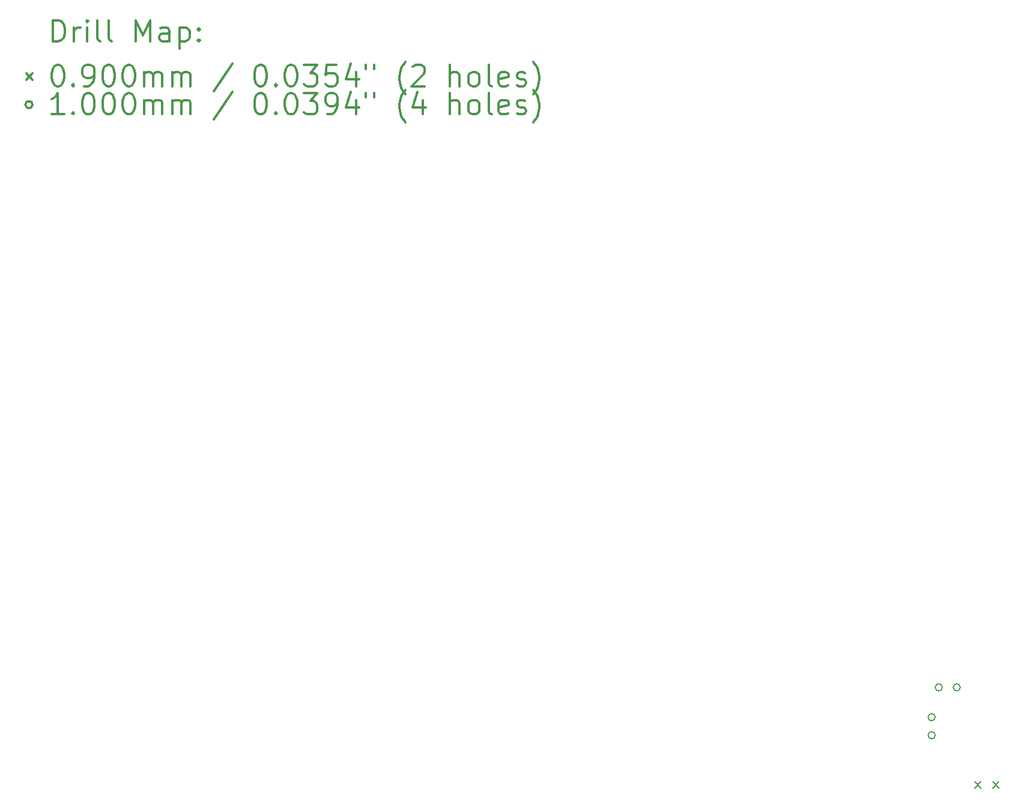
<source format=gbr>
%FSLAX45Y45*%
G04 Gerber Fmt 4.5, Leading zero omitted, Abs format (unit mm)*
G04 Created by KiCad (PCBNEW (5.1.10)-1) date 2021-11-27 20:32:16*
%MOMM*%
%LPD*%
G01*
G04 APERTURE LIST*
%ADD10C,0.200000*%
%ADD11C,0.300000*%
G04 APERTURE END LIST*
D10*
X13280000Y-10905000D02*
X13370000Y-10995000D01*
X13370000Y-10905000D02*
X13280000Y-10995000D01*
X13534000Y-10905000D02*
X13624000Y-10995000D01*
X13624000Y-10905000D02*
X13534000Y-10995000D01*
X12725000Y-9996000D02*
G75*
G03*
X12725000Y-9996000I-50000J0D01*
G01*
X12725000Y-10250000D02*
G75*
G03*
X12725000Y-10250000I-50000J0D01*
G01*
X12825000Y-9575000D02*
G75*
G03*
X12825000Y-9575000I-50000J0D01*
G01*
X13079000Y-9575000D02*
G75*
G03*
X13079000Y-9575000I-50000J0D01*
G01*
D11*
X286429Y-465714D02*
X286429Y-165714D01*
X357857Y-165714D01*
X400714Y-180000D01*
X429286Y-208571D01*
X443571Y-237143D01*
X457857Y-294286D01*
X457857Y-337143D01*
X443571Y-394286D01*
X429286Y-422857D01*
X400714Y-451428D01*
X357857Y-465714D01*
X286429Y-465714D01*
X586429Y-465714D02*
X586429Y-265714D01*
X586429Y-322857D02*
X600714Y-294286D01*
X615000Y-280000D01*
X643571Y-265714D01*
X672143Y-265714D01*
X772143Y-465714D02*
X772143Y-265714D01*
X772143Y-165714D02*
X757857Y-180000D01*
X772143Y-194286D01*
X786428Y-180000D01*
X772143Y-165714D01*
X772143Y-194286D01*
X957857Y-465714D02*
X929286Y-451428D01*
X915000Y-422857D01*
X915000Y-165714D01*
X1115000Y-465714D02*
X1086429Y-451428D01*
X1072143Y-422857D01*
X1072143Y-165714D01*
X1457857Y-465714D02*
X1457857Y-165714D01*
X1557857Y-380000D01*
X1657857Y-165714D01*
X1657857Y-465714D01*
X1929286Y-465714D02*
X1929286Y-308571D01*
X1915000Y-280000D01*
X1886428Y-265714D01*
X1829286Y-265714D01*
X1800714Y-280000D01*
X1929286Y-451428D02*
X1900714Y-465714D01*
X1829286Y-465714D01*
X1800714Y-451428D01*
X1786428Y-422857D01*
X1786428Y-394286D01*
X1800714Y-365714D01*
X1829286Y-351428D01*
X1900714Y-351428D01*
X1929286Y-337143D01*
X2072143Y-265714D02*
X2072143Y-565714D01*
X2072143Y-280000D02*
X2100714Y-265714D01*
X2157857Y-265714D01*
X2186429Y-280000D01*
X2200714Y-294286D01*
X2215000Y-322857D01*
X2215000Y-408571D01*
X2200714Y-437143D01*
X2186429Y-451428D01*
X2157857Y-465714D01*
X2100714Y-465714D01*
X2072143Y-451428D01*
X2343571Y-437143D02*
X2357857Y-451428D01*
X2343571Y-465714D01*
X2329286Y-451428D01*
X2343571Y-437143D01*
X2343571Y-465714D01*
X2343571Y-280000D02*
X2357857Y-294286D01*
X2343571Y-308571D01*
X2329286Y-294286D01*
X2343571Y-280000D01*
X2343571Y-308571D01*
X-90000Y-915000D02*
X0Y-1005000D01*
X0Y-915000D02*
X-90000Y-1005000D01*
X343571Y-795714D02*
X372143Y-795714D01*
X400714Y-810000D01*
X415000Y-824286D01*
X429286Y-852857D01*
X443571Y-910000D01*
X443571Y-981428D01*
X429286Y-1038571D01*
X415000Y-1067143D01*
X400714Y-1081429D01*
X372143Y-1095714D01*
X343571Y-1095714D01*
X315000Y-1081429D01*
X300714Y-1067143D01*
X286429Y-1038571D01*
X272143Y-981428D01*
X272143Y-910000D01*
X286429Y-852857D01*
X300714Y-824286D01*
X315000Y-810000D01*
X343571Y-795714D01*
X572143Y-1067143D02*
X586429Y-1081429D01*
X572143Y-1095714D01*
X557857Y-1081429D01*
X572143Y-1067143D01*
X572143Y-1095714D01*
X729286Y-1095714D02*
X786428Y-1095714D01*
X815000Y-1081429D01*
X829286Y-1067143D01*
X857857Y-1024286D01*
X872143Y-967143D01*
X872143Y-852857D01*
X857857Y-824286D01*
X843571Y-810000D01*
X815000Y-795714D01*
X757857Y-795714D01*
X729286Y-810000D01*
X715000Y-824286D01*
X700714Y-852857D01*
X700714Y-924286D01*
X715000Y-952857D01*
X729286Y-967143D01*
X757857Y-981428D01*
X815000Y-981428D01*
X843571Y-967143D01*
X857857Y-952857D01*
X872143Y-924286D01*
X1057857Y-795714D02*
X1086429Y-795714D01*
X1115000Y-810000D01*
X1129286Y-824286D01*
X1143571Y-852857D01*
X1157857Y-910000D01*
X1157857Y-981428D01*
X1143571Y-1038571D01*
X1129286Y-1067143D01*
X1115000Y-1081429D01*
X1086429Y-1095714D01*
X1057857Y-1095714D01*
X1029286Y-1081429D01*
X1015000Y-1067143D01*
X1000714Y-1038571D01*
X986428Y-981428D01*
X986428Y-910000D01*
X1000714Y-852857D01*
X1015000Y-824286D01*
X1029286Y-810000D01*
X1057857Y-795714D01*
X1343571Y-795714D02*
X1372143Y-795714D01*
X1400714Y-810000D01*
X1415000Y-824286D01*
X1429286Y-852857D01*
X1443571Y-910000D01*
X1443571Y-981428D01*
X1429286Y-1038571D01*
X1415000Y-1067143D01*
X1400714Y-1081429D01*
X1372143Y-1095714D01*
X1343571Y-1095714D01*
X1315000Y-1081429D01*
X1300714Y-1067143D01*
X1286429Y-1038571D01*
X1272143Y-981428D01*
X1272143Y-910000D01*
X1286429Y-852857D01*
X1300714Y-824286D01*
X1315000Y-810000D01*
X1343571Y-795714D01*
X1572143Y-1095714D02*
X1572143Y-895714D01*
X1572143Y-924286D02*
X1586428Y-910000D01*
X1615000Y-895714D01*
X1657857Y-895714D01*
X1686428Y-910000D01*
X1700714Y-938571D01*
X1700714Y-1095714D01*
X1700714Y-938571D02*
X1715000Y-910000D01*
X1743571Y-895714D01*
X1786428Y-895714D01*
X1815000Y-910000D01*
X1829286Y-938571D01*
X1829286Y-1095714D01*
X1972143Y-1095714D02*
X1972143Y-895714D01*
X1972143Y-924286D02*
X1986428Y-910000D01*
X2015000Y-895714D01*
X2057857Y-895714D01*
X2086428Y-910000D01*
X2100714Y-938571D01*
X2100714Y-1095714D01*
X2100714Y-938571D02*
X2115000Y-910000D01*
X2143571Y-895714D01*
X2186429Y-895714D01*
X2215000Y-910000D01*
X2229286Y-938571D01*
X2229286Y-1095714D01*
X2815000Y-781428D02*
X2557857Y-1167143D01*
X3200714Y-795714D02*
X3229286Y-795714D01*
X3257857Y-810000D01*
X3272143Y-824286D01*
X3286428Y-852857D01*
X3300714Y-910000D01*
X3300714Y-981428D01*
X3286428Y-1038571D01*
X3272143Y-1067143D01*
X3257857Y-1081429D01*
X3229286Y-1095714D01*
X3200714Y-1095714D01*
X3172143Y-1081429D01*
X3157857Y-1067143D01*
X3143571Y-1038571D01*
X3129286Y-981428D01*
X3129286Y-910000D01*
X3143571Y-852857D01*
X3157857Y-824286D01*
X3172143Y-810000D01*
X3200714Y-795714D01*
X3429286Y-1067143D02*
X3443571Y-1081429D01*
X3429286Y-1095714D01*
X3415000Y-1081429D01*
X3429286Y-1067143D01*
X3429286Y-1095714D01*
X3629286Y-795714D02*
X3657857Y-795714D01*
X3686428Y-810000D01*
X3700714Y-824286D01*
X3715000Y-852857D01*
X3729286Y-910000D01*
X3729286Y-981428D01*
X3715000Y-1038571D01*
X3700714Y-1067143D01*
X3686428Y-1081429D01*
X3657857Y-1095714D01*
X3629286Y-1095714D01*
X3600714Y-1081429D01*
X3586428Y-1067143D01*
X3572143Y-1038571D01*
X3557857Y-981428D01*
X3557857Y-910000D01*
X3572143Y-852857D01*
X3586428Y-824286D01*
X3600714Y-810000D01*
X3629286Y-795714D01*
X3829286Y-795714D02*
X4015000Y-795714D01*
X3915000Y-910000D01*
X3957857Y-910000D01*
X3986428Y-924286D01*
X4000714Y-938571D01*
X4015000Y-967143D01*
X4015000Y-1038571D01*
X4000714Y-1067143D01*
X3986428Y-1081429D01*
X3957857Y-1095714D01*
X3872143Y-1095714D01*
X3843571Y-1081429D01*
X3829286Y-1067143D01*
X4286429Y-795714D02*
X4143571Y-795714D01*
X4129286Y-938571D01*
X4143571Y-924286D01*
X4172143Y-910000D01*
X4243571Y-910000D01*
X4272143Y-924286D01*
X4286429Y-938571D01*
X4300714Y-967143D01*
X4300714Y-1038571D01*
X4286429Y-1067143D01*
X4272143Y-1081429D01*
X4243571Y-1095714D01*
X4172143Y-1095714D01*
X4143571Y-1081429D01*
X4129286Y-1067143D01*
X4557857Y-895714D02*
X4557857Y-1095714D01*
X4486429Y-781428D02*
X4415000Y-995714D01*
X4600714Y-995714D01*
X4700714Y-795714D02*
X4700714Y-852857D01*
X4815000Y-795714D02*
X4815000Y-852857D01*
X5257857Y-1210000D02*
X5243571Y-1195714D01*
X5215000Y-1152857D01*
X5200714Y-1124286D01*
X5186429Y-1081429D01*
X5172143Y-1010000D01*
X5172143Y-952857D01*
X5186429Y-881428D01*
X5200714Y-838571D01*
X5215000Y-810000D01*
X5243571Y-767143D01*
X5257857Y-752857D01*
X5357857Y-824286D02*
X5372143Y-810000D01*
X5400714Y-795714D01*
X5472143Y-795714D01*
X5500714Y-810000D01*
X5515000Y-824286D01*
X5529286Y-852857D01*
X5529286Y-881428D01*
X5515000Y-924286D01*
X5343571Y-1095714D01*
X5529286Y-1095714D01*
X5886428Y-1095714D02*
X5886428Y-795714D01*
X6015000Y-1095714D02*
X6015000Y-938571D01*
X6000714Y-910000D01*
X5972143Y-895714D01*
X5929286Y-895714D01*
X5900714Y-910000D01*
X5886428Y-924286D01*
X6200714Y-1095714D02*
X6172143Y-1081429D01*
X6157857Y-1067143D01*
X6143571Y-1038571D01*
X6143571Y-952857D01*
X6157857Y-924286D01*
X6172143Y-910000D01*
X6200714Y-895714D01*
X6243571Y-895714D01*
X6272143Y-910000D01*
X6286428Y-924286D01*
X6300714Y-952857D01*
X6300714Y-1038571D01*
X6286428Y-1067143D01*
X6272143Y-1081429D01*
X6243571Y-1095714D01*
X6200714Y-1095714D01*
X6472143Y-1095714D02*
X6443571Y-1081429D01*
X6429286Y-1052857D01*
X6429286Y-795714D01*
X6700714Y-1081429D02*
X6672143Y-1095714D01*
X6615000Y-1095714D01*
X6586428Y-1081429D01*
X6572143Y-1052857D01*
X6572143Y-938571D01*
X6586428Y-910000D01*
X6615000Y-895714D01*
X6672143Y-895714D01*
X6700714Y-910000D01*
X6715000Y-938571D01*
X6715000Y-967143D01*
X6572143Y-995714D01*
X6829286Y-1081429D02*
X6857857Y-1095714D01*
X6915000Y-1095714D01*
X6943571Y-1081429D01*
X6957857Y-1052857D01*
X6957857Y-1038571D01*
X6943571Y-1010000D01*
X6915000Y-995714D01*
X6872143Y-995714D01*
X6843571Y-981428D01*
X6829286Y-952857D01*
X6829286Y-938571D01*
X6843571Y-910000D01*
X6872143Y-895714D01*
X6915000Y-895714D01*
X6943571Y-910000D01*
X7057857Y-1210000D02*
X7072143Y-1195714D01*
X7100714Y-1152857D01*
X7115000Y-1124286D01*
X7129286Y-1081429D01*
X7143571Y-1010000D01*
X7143571Y-952857D01*
X7129286Y-881428D01*
X7115000Y-838571D01*
X7100714Y-810000D01*
X7072143Y-767143D01*
X7057857Y-752857D01*
X0Y-1356000D02*
G75*
G03*
X0Y-1356000I-50000J0D01*
G01*
X443571Y-1491714D02*
X272143Y-1491714D01*
X357857Y-1491714D02*
X357857Y-1191714D01*
X329286Y-1234571D01*
X300714Y-1263143D01*
X272143Y-1277429D01*
X572143Y-1463143D02*
X586429Y-1477428D01*
X572143Y-1491714D01*
X557857Y-1477428D01*
X572143Y-1463143D01*
X572143Y-1491714D01*
X772143Y-1191714D02*
X800714Y-1191714D01*
X829286Y-1206000D01*
X843571Y-1220286D01*
X857857Y-1248857D01*
X872143Y-1306000D01*
X872143Y-1377429D01*
X857857Y-1434571D01*
X843571Y-1463143D01*
X829286Y-1477428D01*
X800714Y-1491714D01*
X772143Y-1491714D01*
X743571Y-1477428D01*
X729286Y-1463143D01*
X715000Y-1434571D01*
X700714Y-1377429D01*
X700714Y-1306000D01*
X715000Y-1248857D01*
X729286Y-1220286D01*
X743571Y-1206000D01*
X772143Y-1191714D01*
X1057857Y-1191714D02*
X1086429Y-1191714D01*
X1115000Y-1206000D01*
X1129286Y-1220286D01*
X1143571Y-1248857D01*
X1157857Y-1306000D01*
X1157857Y-1377429D01*
X1143571Y-1434571D01*
X1129286Y-1463143D01*
X1115000Y-1477428D01*
X1086429Y-1491714D01*
X1057857Y-1491714D01*
X1029286Y-1477428D01*
X1015000Y-1463143D01*
X1000714Y-1434571D01*
X986428Y-1377429D01*
X986428Y-1306000D01*
X1000714Y-1248857D01*
X1015000Y-1220286D01*
X1029286Y-1206000D01*
X1057857Y-1191714D01*
X1343571Y-1191714D02*
X1372143Y-1191714D01*
X1400714Y-1206000D01*
X1415000Y-1220286D01*
X1429286Y-1248857D01*
X1443571Y-1306000D01*
X1443571Y-1377429D01*
X1429286Y-1434571D01*
X1415000Y-1463143D01*
X1400714Y-1477428D01*
X1372143Y-1491714D01*
X1343571Y-1491714D01*
X1315000Y-1477428D01*
X1300714Y-1463143D01*
X1286429Y-1434571D01*
X1272143Y-1377429D01*
X1272143Y-1306000D01*
X1286429Y-1248857D01*
X1300714Y-1220286D01*
X1315000Y-1206000D01*
X1343571Y-1191714D01*
X1572143Y-1491714D02*
X1572143Y-1291714D01*
X1572143Y-1320286D02*
X1586428Y-1306000D01*
X1615000Y-1291714D01*
X1657857Y-1291714D01*
X1686428Y-1306000D01*
X1700714Y-1334571D01*
X1700714Y-1491714D01*
X1700714Y-1334571D02*
X1715000Y-1306000D01*
X1743571Y-1291714D01*
X1786428Y-1291714D01*
X1815000Y-1306000D01*
X1829286Y-1334571D01*
X1829286Y-1491714D01*
X1972143Y-1491714D02*
X1972143Y-1291714D01*
X1972143Y-1320286D02*
X1986428Y-1306000D01*
X2015000Y-1291714D01*
X2057857Y-1291714D01*
X2086428Y-1306000D01*
X2100714Y-1334571D01*
X2100714Y-1491714D01*
X2100714Y-1334571D02*
X2115000Y-1306000D01*
X2143571Y-1291714D01*
X2186429Y-1291714D01*
X2215000Y-1306000D01*
X2229286Y-1334571D01*
X2229286Y-1491714D01*
X2815000Y-1177429D02*
X2557857Y-1563143D01*
X3200714Y-1191714D02*
X3229286Y-1191714D01*
X3257857Y-1206000D01*
X3272143Y-1220286D01*
X3286428Y-1248857D01*
X3300714Y-1306000D01*
X3300714Y-1377429D01*
X3286428Y-1434571D01*
X3272143Y-1463143D01*
X3257857Y-1477428D01*
X3229286Y-1491714D01*
X3200714Y-1491714D01*
X3172143Y-1477428D01*
X3157857Y-1463143D01*
X3143571Y-1434571D01*
X3129286Y-1377429D01*
X3129286Y-1306000D01*
X3143571Y-1248857D01*
X3157857Y-1220286D01*
X3172143Y-1206000D01*
X3200714Y-1191714D01*
X3429286Y-1463143D02*
X3443571Y-1477428D01*
X3429286Y-1491714D01*
X3415000Y-1477428D01*
X3429286Y-1463143D01*
X3429286Y-1491714D01*
X3629286Y-1191714D02*
X3657857Y-1191714D01*
X3686428Y-1206000D01*
X3700714Y-1220286D01*
X3715000Y-1248857D01*
X3729286Y-1306000D01*
X3729286Y-1377429D01*
X3715000Y-1434571D01*
X3700714Y-1463143D01*
X3686428Y-1477428D01*
X3657857Y-1491714D01*
X3629286Y-1491714D01*
X3600714Y-1477428D01*
X3586428Y-1463143D01*
X3572143Y-1434571D01*
X3557857Y-1377429D01*
X3557857Y-1306000D01*
X3572143Y-1248857D01*
X3586428Y-1220286D01*
X3600714Y-1206000D01*
X3629286Y-1191714D01*
X3829286Y-1191714D02*
X4015000Y-1191714D01*
X3915000Y-1306000D01*
X3957857Y-1306000D01*
X3986428Y-1320286D01*
X4000714Y-1334571D01*
X4015000Y-1363143D01*
X4015000Y-1434571D01*
X4000714Y-1463143D01*
X3986428Y-1477428D01*
X3957857Y-1491714D01*
X3872143Y-1491714D01*
X3843571Y-1477428D01*
X3829286Y-1463143D01*
X4157857Y-1491714D02*
X4215000Y-1491714D01*
X4243571Y-1477428D01*
X4257857Y-1463143D01*
X4286429Y-1420286D01*
X4300714Y-1363143D01*
X4300714Y-1248857D01*
X4286429Y-1220286D01*
X4272143Y-1206000D01*
X4243571Y-1191714D01*
X4186428Y-1191714D01*
X4157857Y-1206000D01*
X4143571Y-1220286D01*
X4129286Y-1248857D01*
X4129286Y-1320286D01*
X4143571Y-1348857D01*
X4157857Y-1363143D01*
X4186428Y-1377429D01*
X4243571Y-1377429D01*
X4272143Y-1363143D01*
X4286429Y-1348857D01*
X4300714Y-1320286D01*
X4557857Y-1291714D02*
X4557857Y-1491714D01*
X4486429Y-1177429D02*
X4415000Y-1391714D01*
X4600714Y-1391714D01*
X4700714Y-1191714D02*
X4700714Y-1248857D01*
X4815000Y-1191714D02*
X4815000Y-1248857D01*
X5257857Y-1606000D02*
X5243571Y-1591714D01*
X5215000Y-1548857D01*
X5200714Y-1520286D01*
X5186429Y-1477428D01*
X5172143Y-1406000D01*
X5172143Y-1348857D01*
X5186429Y-1277429D01*
X5200714Y-1234571D01*
X5215000Y-1206000D01*
X5243571Y-1163143D01*
X5257857Y-1148857D01*
X5500714Y-1291714D02*
X5500714Y-1491714D01*
X5429286Y-1177429D02*
X5357857Y-1391714D01*
X5543571Y-1391714D01*
X5886428Y-1491714D02*
X5886428Y-1191714D01*
X6015000Y-1491714D02*
X6015000Y-1334571D01*
X6000714Y-1306000D01*
X5972143Y-1291714D01*
X5929286Y-1291714D01*
X5900714Y-1306000D01*
X5886428Y-1320286D01*
X6200714Y-1491714D02*
X6172143Y-1477428D01*
X6157857Y-1463143D01*
X6143571Y-1434571D01*
X6143571Y-1348857D01*
X6157857Y-1320286D01*
X6172143Y-1306000D01*
X6200714Y-1291714D01*
X6243571Y-1291714D01*
X6272143Y-1306000D01*
X6286428Y-1320286D01*
X6300714Y-1348857D01*
X6300714Y-1434571D01*
X6286428Y-1463143D01*
X6272143Y-1477428D01*
X6243571Y-1491714D01*
X6200714Y-1491714D01*
X6472143Y-1491714D02*
X6443571Y-1477428D01*
X6429286Y-1448857D01*
X6429286Y-1191714D01*
X6700714Y-1477428D02*
X6672143Y-1491714D01*
X6615000Y-1491714D01*
X6586428Y-1477428D01*
X6572143Y-1448857D01*
X6572143Y-1334571D01*
X6586428Y-1306000D01*
X6615000Y-1291714D01*
X6672143Y-1291714D01*
X6700714Y-1306000D01*
X6715000Y-1334571D01*
X6715000Y-1363143D01*
X6572143Y-1391714D01*
X6829286Y-1477428D02*
X6857857Y-1491714D01*
X6915000Y-1491714D01*
X6943571Y-1477428D01*
X6957857Y-1448857D01*
X6957857Y-1434571D01*
X6943571Y-1406000D01*
X6915000Y-1391714D01*
X6872143Y-1391714D01*
X6843571Y-1377429D01*
X6829286Y-1348857D01*
X6829286Y-1334571D01*
X6843571Y-1306000D01*
X6872143Y-1291714D01*
X6915000Y-1291714D01*
X6943571Y-1306000D01*
X7057857Y-1606000D02*
X7072143Y-1591714D01*
X7100714Y-1548857D01*
X7115000Y-1520286D01*
X7129286Y-1477428D01*
X7143571Y-1406000D01*
X7143571Y-1348857D01*
X7129286Y-1277429D01*
X7115000Y-1234571D01*
X7100714Y-1206000D01*
X7072143Y-1163143D01*
X7057857Y-1148857D01*
M02*

</source>
